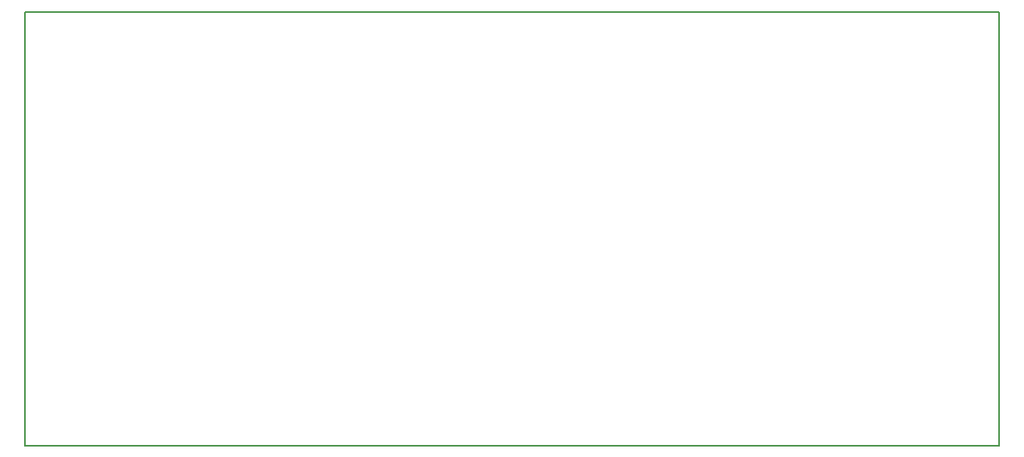
<source format=gbr>
G04 #@! TF.GenerationSoftware,KiCad,Pcbnew,5.1.2*
G04 #@! TF.CreationDate,2020-10-20T14:42:31+02:00*
G04 #@! TF.ProjectId,2fe143d13a9057f7874dd1e763167673,32666531-3433-4643-9133-613930353766,rev?*
G04 #@! TF.SameCoordinates,Original*
G04 #@! TF.FileFunction,Profile,NP*
%FSLAX46Y46*%
G04 Gerber Fmt 4.6, Leading zero omitted, Abs format (unit mm)*
G04 Created by KiCad (PCBNEW 5.1.2) date 2020-10-20 14:42:31*
%MOMM*%
%LPD*%
G04 APERTURE LIST*
%ADD10C,0.150000*%
G04 APERTURE END LIST*
D10*
X97231100Y-127858600D02*
X199771100Y-127858600D01*
X199771100Y-127858600D02*
X199771100Y-82148600D01*
X199771100Y-82148600D02*
X97231100Y-82148600D01*
X97231100Y-82148600D02*
X97231100Y-127858600D01*
M02*

</source>
